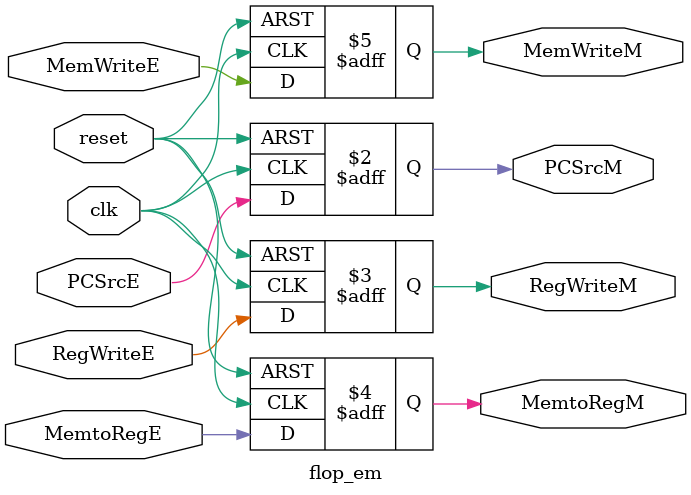
<source format=v>
module flop_em(
	clk,
	reset,
	PCSrcE,
	RegWriteE,
	MemtoRegE,
	MemWriteE,
	PCSrcM,
	RegWriteM,
	MemtoRegM,
	MemWriteM,
);
	input wire clk;
	input wire reset;
	input wire PCSrcE;
	input wire RegWriteE;
	input wire MemtoRegE;
	input wire MemWriteE;
	output reg PCSrcM;
	output reg RegWriteM;
	output reg MemtoRegM;
	output reg MemWriteM;
	
	always @ (posedge clk or posedge reset)
	begin
		if (reset)
		begin
			PCSrcM <= 0;
			RegWriteM <= 0;
			MemtoRegM <= 0;
			MemWriteM <= 0;
		end
		else
		begin
			PCSrcM <= PCSrcE;
			RegWriteM <= RegWriteE;
			MemtoRegM <= MemtoRegE;
			MemWriteM <= MemWriteE;
		end
	end

endmodule
</source>
